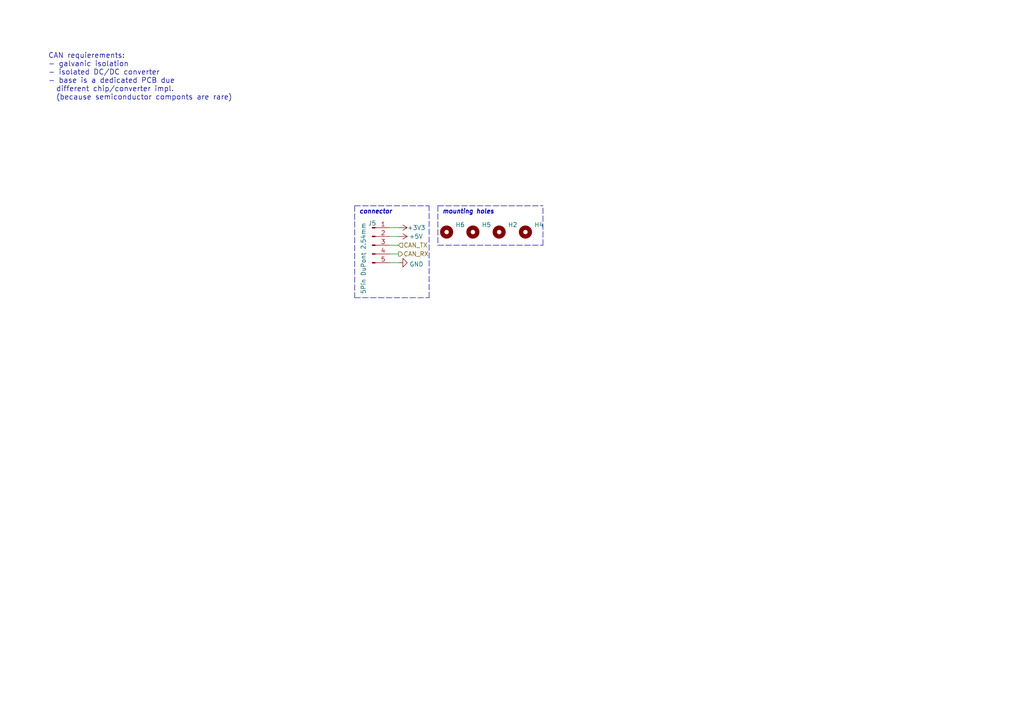
<source format=kicad_sch>
(kicad_sch (version 20211123) (generator eeschema)
  (paper "A4")
  (lib_symbols
    (symbol "Connector:Conn_01x05_Male" (pin_names (offset 1.016) hide)
      (property "Reference" "J" (at 0 7.62 0))
      (property "Value" "Conn_01x05_Male" (at 0 -7.62 0))
      (symbol "Conn_01x05_Male_1_1"
        (polyline (pts (xy 1.27 -5.08) (xy 0.8636 -5.08)) (stroke (width 0.1524)))
        (polyline (pts (xy 1.27 -2.54) (xy 0.8636 -2.54)) (stroke (width 0.1524)))
        (polyline (pts (xy 1.27 0) (xy 0.8636 0)) (stroke (width 0.1524)))
        (polyline (pts (xy 1.27 2.54) (xy 0.8636 2.54)) (stroke (width 0.1524)))
        (polyline (pts (xy 1.27 5.08) (xy 0.8636 5.08)) (stroke (width 0.1524)))
        (rectangle (start 0.8636 -4.953) (end 0 -5.207) (stroke (width 0.1524)) (fill (type outline)))
        (rectangle (start 0.8636 -2.413) (end 0 -2.667) (stroke (width 0.1524)) (fill (type outline)))
        (rectangle (start 0.8636 0.127) (end 0 -0.127) (stroke (width 0.1524)) (fill (type outline)))
        (rectangle (start 0.8636 2.667) (end 0 2.413) (stroke (width 0.1524)) (fill (type outline)))
        (rectangle (start 0.8636 5.207) (end 0 4.953) (stroke (width 0.1524)) (fill (type outline)))
        (pin passive line (at 5.08 5.08 180) (length 3.81) (name "Pin_1") (number "1"))
        (pin passive line (at 5.08 2.54 180) (length 3.81) (name "Pin_2") (number "2"))
        (pin passive line (at 5.08 0 180) (length 3.81) (name "Pin_3") (number "3"))
        (pin passive line (at 5.08 -2.54 180) (length 3.81) (name "Pin_4") (number "4"))
        (pin passive line (at 5.08 -5.08 180) (length 3.81) (name "Pin_5") (number "5"))
      )
    )
    (symbol "Mechanical:MountingHole" (pin_names (offset 1.016))
      (property "Reference" "H" (at 0 5.08 0))
      (property "Value" "MountingHole" (at 0 3.175 0))
      (symbol "MountingHole_0_1"
        (circle (center 0 0) (radius 1.27) (stroke (width 1.27)))
      )
    )
    (symbol "power:+3V3" (power) (pin_names (offset 0))
      (property "Value" "+3V3" (at 0 3.556 0))
      (symbol "+3V3_0_1"
        (polyline (pts (xy -0.762 1.27) (xy 0 2.54)))
        (polyline (pts (xy 0 0) (xy 0 2.54)))
        (polyline (pts (xy 0 2.54) (xy 0.762 1.27)))
      )
      (symbol "+3V3_1_1"
        (pin power_in line (at 0 0 90) (length 0) hide (name "+3V3") (number "1"))
      )
    )
    (symbol "power:+5V" (power) (pin_names (offset 0))
      (property "Value" "+5V" (at 0 3.556 0))
      (symbol "+5V_0_1"
        (polyline (pts (xy -0.762 1.27) (xy 0 2.54)))
        (polyline (pts (xy 0 0) (xy 0 2.54)))
        (polyline (pts (xy 0 2.54) (xy 0.762 1.27)))
      )
      (symbol "+5V_1_1"
        (pin power_in line (at 0 0 90) (length 0) hide (name "+5V") (number "1"))
      )
    )
    (symbol "power:GND" (power) (pin_names (offset 0))
      (property "Value" "GND" (at 0 -3.81 0))
      (symbol "GND_0_1"
        (polyline (pts (xy 0 0) (xy 0 -1.27) (xy 1.27 -1.27) (xy 0 -2.54) (xy -1.27 -1.27) (xy 0 -1.27)))
      )
      (symbol "GND_1_1"
        (pin power_in line (at 0 0 270) (length 0) hide (name "GND") (number "1"))
      )
    )
  )
  (wire (pts (xy 113.03 76.2) (xy 115.57 76.2)))
  (wire (pts (xy 113.03 73.66) (xy 115.57 73.66)))
  (polyline (pts (xy 127 59.69) (xy 157.48 59.69)))
  (polyline (pts (xy 157.48 71.12) (xy 157.48 59.69)))
  (polyline (pts (xy 102.87 86.36) (xy 124.46 86.36)))
  (wire (pts (xy 113.03 71.12) (xy 115.57 71.12)))
  (wire (pts (xy 113.03 66.04) (xy 115.57 66.04)))
  (polyline (pts (xy 102.87 59.69) (xy 124.46 59.69)))
  (polyline (pts (xy 124.46 86.36) (xy 124.46 59.69)))
  (wire (pts (xy 113.03 68.58) (xy 115.57 68.58)))
  (polyline (pts (xy 127 59.69) (xy 127 71.12)))
  (polyline (pts (xy 127 71.12) (xy 157.48 71.12)))
  (polyline (pts (xy 102.87 59.69) (xy 102.87 86.36)))
  (text "mounting holes" (at 128.27 62.23 0) (effects (font (size 1.27 1.27) bold italic) (justify left bottom)))
  (text "CAN requierements:\n- galvanic isolation\n- isolated DC/DC converter\n- base is a dedicated PCB due \n  different chip/converter impl. \n  (because semiconductor componts are rare)\n" (at 13.97 29.21 0) (effects (font (size 1.5 1.5)) (justify left bottom)))
  (text "connector" (at 104.14 62.23 0) (effects (font (size 1.27 1.27) bold italic) (justify left bottom)))
  (hierarchical_label "CAN_TX" (shape input) (at 115.57 71.12 0))
  (hierarchical_label "CAN_RX" (shape output) (at 115.57 73.66 0))
  (symbol (lib_id "Mechanical:MountingHole") (at 137.16 67.31 0) (unit 1)
    (property "Reference" "H5" (at 139.7 65.2053 0) (effects (justify left)))
    (property "Value" "MountingHole_Pad" (effects hide))
    (property "Footprint" "extraFootprints:MountingHole_3.2mm_M3_ISO7380_Keepout" (effects hide))
  )
  (symbol (lib_id "power:+5V") (at 115.57 68.58 270) (unit 1)
    (property "Reference" "#PWR021" (effects hide))
    (property "Value" "+5V" (at 120.65 68.58 90))
  )
  (symbol (lib_id "power:GND") (at 115.57 76.2 90) (unit 1)
    (property "Reference" "#PWR022" (effects hide))
    (property "Value" "GND" (at 118.745 76.6338 90) (effects (justify right)))
  )
  (symbol (lib_id "Mechanical:MountingHole") (at 152.4 67.31 0) (unit 1)
    (property "Reference" "H4" (at 154.94 65.2053 0) (effects (justify left)))
    (property "Value" "MountingHole_Pad" (effects hide))
    (property "Footprint" "extraFootprints:MountingHole_3.2mm_M3_ISO7380_Keepout" (effects hide))
  )
  (symbol (lib_id "Mechanical:MountingHole") (at 144.78 67.31 0) (unit 1)
    (property "Reference" "H2" (at 147.32 65.2053 0) (effects (justify left)))
    (property "Value" "MountingHole_Pad" (effects hide))
    (property "Footprint" "extraFootprints:MountingHole_3.2mm_M3_ISO7380_Keepout" (effects hide))
  )
  (symbol (lib_id "power:+3V3") (at 115.57 66.04 270) (unit 1)
    (property "Reference" "#PWR020" (effects hide))
    (property "Value" "+3V3" (at 118.11 66.04 90) (effects (justify left)))
  )
  (symbol (lib_id "Connector:Conn_01x05_Male") (at 107.95 71.12 0) (unit 1)
    (property "Reference" "J5" (at 107.95 64.77 0))
    (property "Value" "5Pin DuPont 2.54mm" (at 105.41 74.93 90))
    (property "Footprint" "Connector_PinHeader_2.54mm:PinHeader_1x05_P2.54mm_Vertical" (effects hide))
  )
  (symbol (lib_id "Mechanical:MountingHole") (at 129.54 67.31 0) (unit 1)
    (property "Reference" "H6" (at 132.08 65.2053 0) (effects (justify left)))
    (property "Value" "MountingHole_Pad" (effects hide))
    (property "Footprint" "extraFootprints:MountingHole_3.2mm_M3_ISO7380_Keepout" (effects hide))
  )
)
</source>
